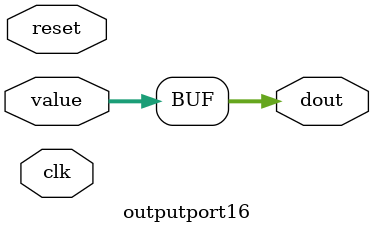
<source format=v>
`default_nettype none

module outputport16
  #(
    parameter WIDTH = 16
    )
   (
    input wire 		   clk,
    input wire 		   reset,

    output wire [WIDTH-1:0] dout,
    input wire signed [WIDTH-1:0] value
    );

   assign dout = value;
  
endmodule

`default_nettype wire

</source>
